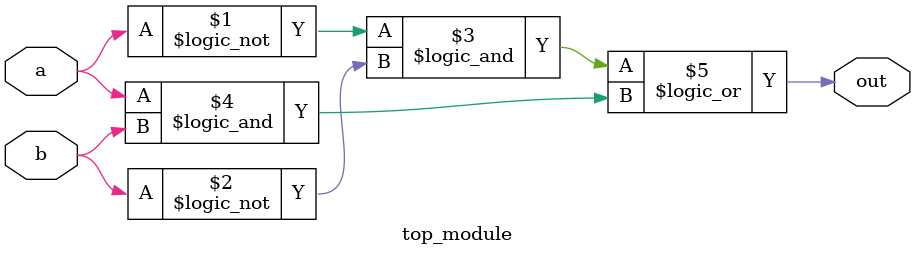
<source format=v>
module top_module( 
    input a, 
    input b, 
    output out );

    assign out = (!a && !b)||(a&&b);
    
endmodule

</source>
